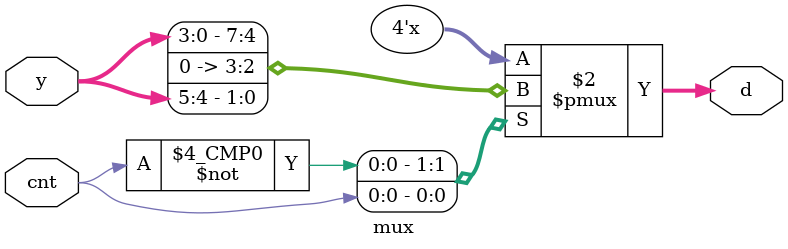
<source format=v>
`timescale 1ns / 1ps


module mux (
    input  cnt,
    input [6:0] y,
    output reg [3:0] d
);
always @(*) begin
    case (cnt)
        2'b00: d = y[3:0]; 
        2'b01: d ={2'b00 ,y[5:4] };
        default: d = 0;
    endcase
end 
endmodule

</source>
